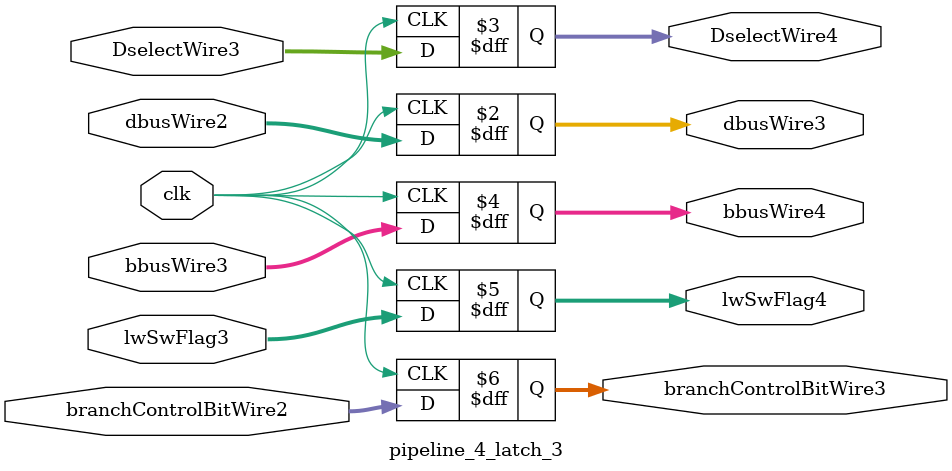
<source format=v>
module pipeline_4_latch_3(clk, dbusWire2, DselectWire3, bbusWire3, lwSwFlag3, dbusWire3, DselectWire4,bbusWire4,lwSwFlag4,branchControlBitWire2,branchControlBitWire3);
  input clk;
  input [31:0] dbusWire2, DselectWire3, bbusWire3;
  input [1:0] lwSwFlag3;
  input [1:0] branchControlBitWire2;
  output [31:0] dbusWire3, DselectWire4, bbusWire4;
  output [1:0] lwSwFlag4;
  output [1:0] branchControlBitWire3;
  reg [31:0] dbusWire3, DselectWire4, bbusWire4;
  reg [1:0] lwSwFlag4;
  reg [1:0] branchControlBitWire3;
  always @(posedge clk) begin
    dbusWire3 = dbusWire2;
    DselectWire4 = DselectWire3;
    bbusWire4 = bbusWire3;
    lwSwFlag4 = lwSwFlag3;
    branchControlBitWire3 = branchControlBitWire2;
  end
endmodule
</source>
